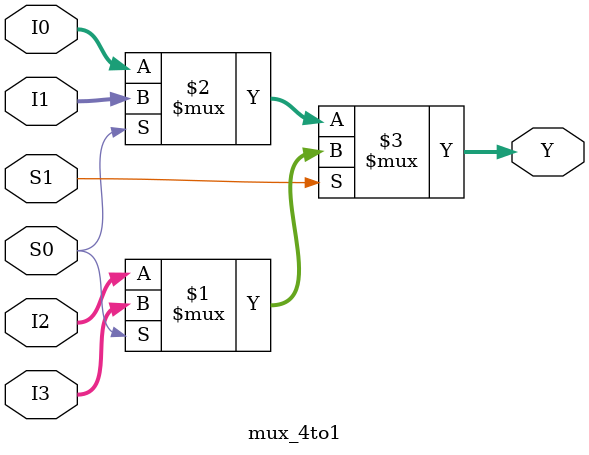
<source format=v>
`timescale 1ns / 1ps


module mux_4to1(I0,I1,I2,I3,S0,S1,Y);

output [3:0] Y;
input [3:0] I0,I1,I2,I3;
input S0,S1;

assign Y=S1?(S0?I3:I2):(S0?I1:I0);

endmodule

</source>
